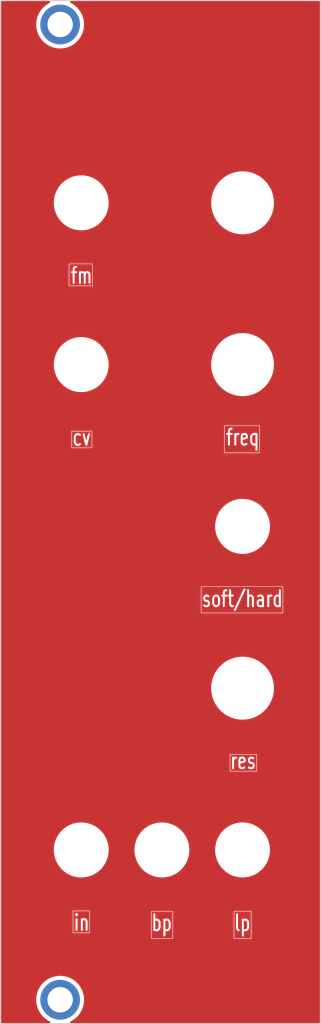
<source format=kicad_pcb>
(kicad_pcb (version 20221018) (generator pcbnew)
  (title_block (title "ПОЛИВОКС") (date "2020-06-01") (rev "01") (comment 1 "PCB for Panel") (comment 2 "polivoks LM4250 VCF") (comment 4 "License CC BY 4.0 - Attribution 4.0 International"))
  (layers (0 "F.Cu" signal) (31 "B.Cu" signal) (34 "B.Paste" user) (35 "F.Paste" user) (36 "B.SilkS" user "B.Silkscreen") (37 "F.SilkS" user "F.Silkscreen") (38 "B.Mask" user) (39 "F.Mask" user) (44 "Edge.Cuts" user))
  (net 0 "")
  (footprint "elektrophon:panel_jack" (layer "F.Cu") (at 35.56 50.8)
    (fp_text reference "H1" hide)
    (fp_text value "fm" hide)
    (pad "" np_thru_hole circle (at 0 0) (size 6.4 6.4) (drill 6.4) (layers "*.Cu" "*.Mask"))
  )
  (footprint "elektrophon:panel_potentiometer" (layer "F.Cu") (at 55.88 50.8)
    (fp_text reference "H5" hide)
    (fp_text value "level" hide)
    (pad "" np_thru_hole circle (at 0 0) (size 7.4 7.4) (drill 7.4) (layers "*.Cu" "*.Mask"))
  )
  (footprint "elektrophon:panel_jack" (layer "F.Cu") (at 35.56 71.12)
    (fp_text reference "H2" hide)
    (fp_text value "cv" hide)
    (pad "" np_thru_hole circle (at 0 0) (size 6.4 6.4) (drill 6.4) (layers "*.Cu" "*.Mask"))
  )
  (footprint "elektrophon:panel_jack" (layer "F.Cu") (at 35.56 132.08)
    (fp_text reference "H3" hide)
    (fp_text value "in" hide)
    (pad "" np_thru_hole circle (at 0 0) (size 6.4 6.4) (drill 6.4) (layers "*.Cu" "*.Mask"))
  )
  (footprint "elektrophon:panel_jack" (layer "F.Cu") (at 45.72 132.08)
    (fp_text reference "H4" hide)
    (fp_text value "bp" hide)
    (pad "" np_thru_hole circle (at 0 0) (size 6.4 6.4) (drill 6.4) (layers "*.Cu" "*.Mask"))
  )
  (footprint "elektrophon:panel_potentiometer" (layer "F.Cu") (at 55.88 71.12)
    (fp_text reference "H6" hide)
    (fp_text value "freq" hide)
    (pad "" np_thru_hole circle (at 0 0) (size 7.4 7.4) (drill 7.4) (layers "*.Cu" "*.Mask"))
  )
  (footprint "elektrophon:panel_potentiometer" (layer "F.Cu") (at 55.88 111.76)
    (fp_text reference "H7" hide)
    (fp_text value "res" hide)
    (pad "" np_thru_hole circle (at 0 0) (size 7.4 7.4) (drill 7.4) (layers "*.Cu" "*.Mask"))
  )
  (footprint "elektrophon:panel_jack" (layer "F.Cu") (at 55.88 132.08)
    (fp_text reference "H8" hide)
    (fp_text value "lp" hide)
    (pad "" np_thru_hole circle (at 0 0) (size 6.4 6.4) (drill 6.4) (layers "*.Cu" "*.Mask"))
  )
  (footprint "elektrophon:panel_switch" (layer "F.Cu") (at 55.88 91.44)
    (fp_text reference "H9" hide)
    (fp_text value "soft/hard" hide)
    (pad "" np_thru_hole circle (at 0 0) (size 6.4 6.4) (drill 6.4) (layers "F&B.Cu" "*.Mask"))
  )
  (footprint "elektrophon:MountingHole_Panel_3.2mm_M3" (layer "F.Cu") (at 32.9 150.9)
    (fp_text reference "H11" hide)
    (fp_text value "MountingHole" hide)
    (pad "1" thru_hole circle (at 0 0) (size 3.6 3.6) (drill 3.2) (layers "*.Cu" "*.Mask"))
    (pad "1" connect circle (at 0 0) (size 5 5) (layers "F.Cu" "F.Mask"))
    (pad "1" connect circle (at 0 0) (size 5 5) (layers "B.Cu" "B.Mask"))
  )
  (footprint "elektrophon:MountingHole_Panel_3.2mm_M3" (layer "F.Cu") (at 32.9 28.4)
    (fp_text reference "H10" hide)
    (fp_text value "MountingHole" hide)
    (pad "1" thru_hole circle (at 0 0) (size 3.6 3.6) (drill 3.2) (layers "*.Cu" "*.Mask"))
    (pad "1" connect circle (at 0 0) (size 5 5) (layers "F.Cu" "F.Mask"))
    (pad "1" connect circle (at 0 0) (size 5 5) (layers "B.Cu" "B.Mask"))
  )
  (gr_line (start 65.7 153.9) (end 25.4 153.9) (stroke (width 0.15)) (layer "Edge.Cuts"))
  (gr_line (start 25.4 25.4) (end 65.7 25.4) (stroke (width 0.12)) (layer "Edge.Cuts"))
  (gr_line (start 25.4 25.4) (end 25.4 153.9) (stroke (width 0.15)) (layer "Edge.Cuts"))
  (gr_line (start 65.7 25.4) (end 65.7 153.9) (stroke (width 0.15)) (layer "Edge.Cuts"))
  (gr_text "soft/hard" (at 55.85 100.55) (layer "F.Cu" knockout) (effects (font (size 2 1.4) (thickness 0.25))))
  (gr_text "cv" (at 34.3 81.45) (layer "F.Cu" knockout) (effects (font (size 2 1.4) (thickness 0.25) bold) (justify left bottom)))
  (gr_text "lp" (at 55.85 141.25) (layer "F.Cu" knockout) (effects (font (size 2 1.4) (thickness 0.25))))
  (gr_text "freq" (at 55.9 80.25) (layer "F.Cu" knockout) (effects (font (size 2 1.4) (thickness 0.25))))
  (gr_text "res" (at 55.95 120.9) (layer "F.Cu" knockout) (effects (font (size 2 1.4) (thickness 0.25))))
  (gr_text "bp" (at 45.7 141.25) (layer "F.Cu" knockout) (effects (font (size 2 1.4) (thickness 0.25))))
  (gr_text "fm" (at 34.1 61.1) (layer "F.Cu" knockout) (effects (font (size 2 1.4) (thickness 0.25) bold) (justify left bottom)))
  (gr_text "in" (at 35.6 141.2) (layer "F.Cu" knockout) (effects (font (size 2 1.4) (thickness 0.25))))
  (zone (net 0) (net_name "") (layer "F.Cu") (connect_pads (clearance 0.508)) (min_thickness 0.25) (fill yes (thermal_gap 0.5) (thermal_bridge_width 0.5) (island_removal_mode 1) (island_area_min 10))
    (polygon (pts (xy 25.45 25.45) (xy 65.75 25.35) (xy 65.65 153.85) (xy 25.4 153.9)))
  )
)
</source>
